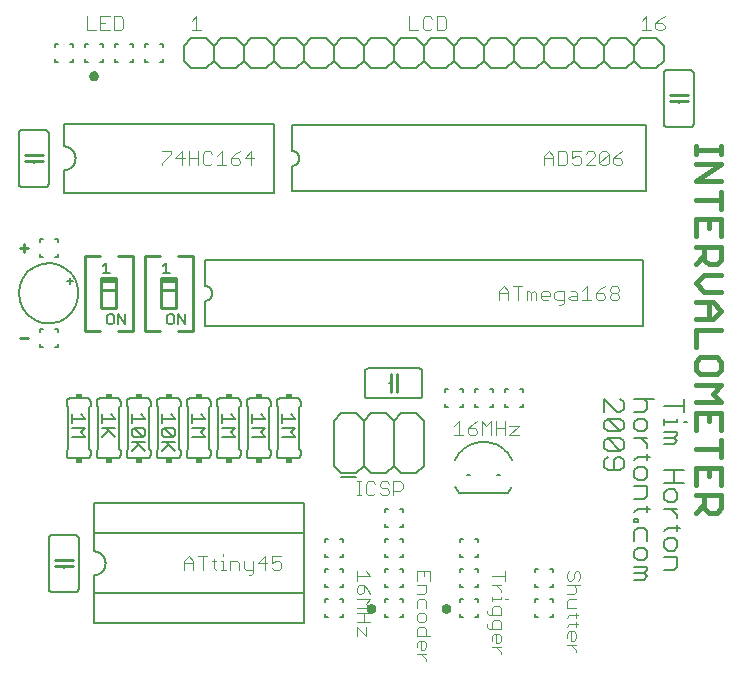
<source format=gto>
G75*
G70*
%OFA0B0*%
%FSLAX24Y24*%
%IPPOS*%
%LPD*%
%AMOC8*
5,1,8,0,0,1.08239X$1,22.5*
%
%ADD10C,0.0150*%
%ADD11C,0.0060*%
%ADD12C,0.0040*%
%ADD13C,0.0100*%
%ADD14C,0.0160*%
%ADD15R,0.0200X0.0150*%
%ADD16C,0.0050*%
%ADD17C,0.0080*%
D10*
X023760Y005880D02*
X024044Y006164D01*
X024044Y006022D02*
X024044Y006448D01*
X023760Y006448D02*
X024611Y006448D01*
X024611Y006022D01*
X024469Y005880D01*
X024186Y005880D01*
X024044Y006022D01*
X023760Y006801D02*
X023760Y007368D01*
X024611Y007368D01*
X024611Y006801D01*
X024186Y007085D02*
X024186Y007368D01*
X024611Y007722D02*
X024611Y008289D01*
X024611Y008643D02*
X024611Y009210D01*
X023760Y009210D01*
X023760Y008643D01*
X024186Y008926D02*
X024186Y009210D01*
X024611Y009563D02*
X023760Y009563D01*
X023760Y010131D02*
X024611Y010131D01*
X024327Y009847D01*
X024611Y009563D01*
X024469Y010484D02*
X023902Y010484D01*
X023760Y010626D01*
X023760Y010910D01*
X023902Y011051D01*
X024469Y011051D01*
X024611Y010910D01*
X024611Y010626D01*
X024469Y010484D01*
X023760Y011405D02*
X023760Y011972D01*
X024611Y011972D01*
X024327Y012326D02*
X023760Y012326D01*
X024186Y012326D02*
X024186Y012893D01*
X024327Y012893D02*
X024611Y012609D01*
X024327Y012326D01*
X024327Y012893D02*
X023760Y012893D01*
X024044Y013246D02*
X024611Y013246D01*
X024611Y013814D02*
X024044Y013814D01*
X023760Y013530D01*
X024044Y013246D01*
X024186Y014167D02*
X024044Y014309D01*
X024044Y014734D01*
X024044Y014451D02*
X023760Y014167D01*
X024186Y014167D02*
X024469Y014167D01*
X024611Y014309D01*
X024611Y014734D01*
X023760Y014734D01*
X023760Y015088D02*
X023760Y015655D01*
X024611Y015655D01*
X024611Y015088D01*
X024186Y015371D02*
X024186Y015655D01*
X024611Y016009D02*
X024611Y016576D01*
X024611Y016929D02*
X023760Y016929D01*
X024611Y017497D01*
X023760Y017497D01*
X023760Y017827D02*
X023760Y018110D01*
X023760Y017969D02*
X024611Y017969D01*
X024611Y018110D02*
X024611Y017827D01*
X024611Y016292D02*
X023760Y016292D01*
X023760Y008006D02*
X024611Y008006D01*
D11*
X003085Y003235D02*
X002285Y003235D01*
X002268Y003237D01*
X002251Y003241D01*
X002235Y003248D01*
X002221Y003258D01*
X002208Y003271D01*
X002198Y003285D01*
X002191Y003301D01*
X002187Y003318D01*
X002185Y003335D01*
X002185Y005035D01*
X002187Y005052D01*
X002191Y005069D01*
X002198Y005085D01*
X002208Y005099D01*
X002221Y005112D01*
X002235Y005122D01*
X002251Y005129D01*
X002268Y005133D01*
X002285Y005135D01*
X003085Y005135D01*
X003102Y005133D01*
X003119Y005129D01*
X003135Y005122D01*
X003149Y005112D01*
X003162Y005099D01*
X003172Y005085D01*
X003179Y005069D01*
X003183Y005052D01*
X003185Y005035D01*
X003185Y003335D01*
X003183Y003318D01*
X003179Y003301D01*
X003172Y003285D01*
X003162Y003271D01*
X003149Y003258D01*
X003135Y003248D01*
X003119Y003241D01*
X003102Y003237D01*
X003085Y003235D01*
X003685Y003185D02*
X003685Y003785D01*
X003724Y003787D01*
X003763Y003793D01*
X003801Y003802D01*
X003838Y003815D01*
X003874Y003832D01*
X003907Y003852D01*
X003939Y003876D01*
X003968Y003902D01*
X003994Y003931D01*
X004018Y003963D01*
X004038Y003996D01*
X004055Y004032D01*
X004068Y004069D01*
X004077Y004107D01*
X004083Y004146D01*
X004085Y004185D01*
X004083Y004224D01*
X004077Y004263D01*
X004068Y004301D01*
X004055Y004338D01*
X004038Y004374D01*
X004018Y004407D01*
X003994Y004439D01*
X003968Y004468D01*
X003939Y004494D01*
X003907Y004518D01*
X003874Y004538D01*
X003838Y004555D01*
X003801Y004568D01*
X003763Y004577D01*
X003724Y004583D01*
X003685Y004585D01*
X003685Y005185D01*
X010685Y005185D01*
X010685Y003185D01*
X010685Y002185D01*
X003685Y002185D01*
X003685Y003185D01*
X010685Y003185D01*
X011385Y002985D02*
X011385Y002885D01*
X011385Y002985D02*
X011485Y002985D01*
X011485Y003385D02*
X011385Y003385D01*
X011385Y003485D01*
X011385Y003885D02*
X011385Y003985D01*
X011485Y003985D01*
X011485Y004385D02*
X011385Y004385D01*
X011385Y004485D01*
X011885Y004385D02*
X011985Y004385D01*
X011985Y004485D01*
X011985Y004885D02*
X011985Y004985D01*
X011885Y004985D01*
X011485Y004985D02*
X011385Y004985D01*
X011385Y004885D01*
X010685Y005185D02*
X010685Y006185D01*
X003685Y006185D01*
X003685Y005185D01*
X002685Y004335D02*
X002685Y004285D01*
X002685Y004085D02*
X002685Y004035D01*
X002885Y007685D02*
X003485Y007685D01*
X003502Y007687D01*
X003519Y007691D01*
X003535Y007698D01*
X003549Y007708D01*
X003562Y007721D01*
X003572Y007735D01*
X003579Y007751D01*
X003583Y007768D01*
X003585Y007785D01*
X003585Y007935D01*
X003535Y007985D01*
X003535Y009385D01*
X003585Y009435D01*
X003585Y009585D01*
X003583Y009602D01*
X003579Y009619D01*
X003572Y009635D01*
X003562Y009649D01*
X003549Y009662D01*
X003535Y009672D01*
X003519Y009679D01*
X003502Y009683D01*
X003485Y009685D01*
X002885Y009685D01*
X002868Y009683D01*
X002851Y009679D01*
X002835Y009672D01*
X002821Y009662D01*
X002808Y009649D01*
X002798Y009635D01*
X002791Y009619D01*
X002787Y009602D01*
X002785Y009585D01*
X002785Y009435D01*
X002835Y009385D01*
X002835Y007985D01*
X002785Y007935D01*
X002785Y007785D01*
X002787Y007768D01*
X002791Y007751D01*
X002798Y007735D01*
X002808Y007721D01*
X002821Y007708D01*
X002835Y007698D01*
X002851Y007691D01*
X002868Y007687D01*
X002885Y007685D01*
X002965Y008401D02*
X003406Y008401D01*
X003259Y008548D01*
X003406Y008695D01*
X002965Y008695D01*
X002965Y008862D02*
X002965Y009155D01*
X002965Y009009D02*
X003406Y009009D01*
X003259Y009155D01*
X003785Y009435D02*
X003785Y009585D01*
X003787Y009602D01*
X003791Y009619D01*
X003798Y009635D01*
X003808Y009649D01*
X003821Y009662D01*
X003835Y009672D01*
X003851Y009679D01*
X003868Y009683D01*
X003885Y009685D01*
X004485Y009685D01*
X004502Y009683D01*
X004519Y009679D01*
X004535Y009672D01*
X004549Y009662D01*
X004562Y009649D01*
X004572Y009635D01*
X004579Y009619D01*
X004583Y009602D01*
X004585Y009585D01*
X004585Y009435D01*
X004535Y009385D01*
X004535Y007985D01*
X004585Y007935D01*
X004585Y007785D01*
X004583Y007768D01*
X004579Y007751D01*
X004572Y007735D01*
X004562Y007721D01*
X004549Y007708D01*
X004535Y007698D01*
X004519Y007691D01*
X004502Y007687D01*
X004485Y007685D01*
X003885Y007685D01*
X003868Y007687D01*
X003851Y007691D01*
X003835Y007698D01*
X003821Y007708D01*
X003808Y007721D01*
X003798Y007735D01*
X003791Y007751D01*
X003787Y007768D01*
X003785Y007785D01*
X003785Y007935D01*
X003835Y007985D01*
X003835Y009385D01*
X003785Y009435D01*
X003965Y009155D02*
X003965Y008862D01*
X003965Y009009D02*
X004406Y009009D01*
X004259Y009155D01*
X004406Y008695D02*
X003965Y008695D01*
X004112Y008695D02*
X004406Y008401D01*
X004186Y008622D02*
X003965Y008401D01*
X004785Y007935D02*
X004785Y007785D01*
X004787Y007768D01*
X004791Y007751D01*
X004798Y007735D01*
X004808Y007721D01*
X004821Y007708D01*
X004835Y007698D01*
X004851Y007691D01*
X004868Y007687D01*
X004885Y007685D01*
X005485Y007685D01*
X005502Y007687D01*
X005519Y007691D01*
X005535Y007698D01*
X005549Y007708D01*
X005562Y007721D01*
X005572Y007735D01*
X005579Y007751D01*
X005583Y007768D01*
X005585Y007785D01*
X005585Y007935D01*
X005535Y007985D01*
X005535Y009385D01*
X005585Y009435D01*
X005585Y009585D01*
X005583Y009602D01*
X005579Y009619D01*
X005572Y009635D01*
X005562Y009649D01*
X005549Y009662D01*
X005535Y009672D01*
X005519Y009679D01*
X005502Y009683D01*
X005485Y009685D01*
X004885Y009685D01*
X004868Y009683D01*
X004851Y009679D01*
X004835Y009672D01*
X004821Y009662D01*
X004808Y009649D01*
X004798Y009635D01*
X004791Y009619D01*
X004787Y009602D01*
X004785Y009585D01*
X004785Y009435D01*
X004835Y009385D01*
X004835Y007985D01*
X004785Y007935D01*
X004965Y007941D02*
X005186Y008161D01*
X005112Y008235D02*
X005406Y007941D01*
X005406Y008235D02*
X004965Y008235D01*
X005039Y008401D02*
X004965Y008475D01*
X004965Y008622D01*
X005039Y008695D01*
X005332Y008401D01*
X005039Y008401D01*
X005332Y008401D02*
X005406Y008475D01*
X005406Y008622D01*
X005332Y008695D01*
X005039Y008695D01*
X004965Y008862D02*
X004965Y009155D01*
X004965Y009009D02*
X005406Y009009D01*
X005259Y009155D01*
X005785Y009435D02*
X005785Y009585D01*
X005787Y009602D01*
X005791Y009619D01*
X005798Y009635D01*
X005808Y009649D01*
X005821Y009662D01*
X005835Y009672D01*
X005851Y009679D01*
X005868Y009683D01*
X005885Y009685D01*
X006485Y009685D01*
X006502Y009683D01*
X006519Y009679D01*
X006535Y009672D01*
X006549Y009662D01*
X006562Y009649D01*
X006572Y009635D01*
X006579Y009619D01*
X006583Y009602D01*
X006585Y009585D01*
X006585Y009435D01*
X006535Y009385D01*
X006535Y007985D01*
X006585Y007935D01*
X006585Y007785D01*
X006583Y007768D01*
X006579Y007751D01*
X006572Y007735D01*
X006562Y007721D01*
X006549Y007708D01*
X006535Y007698D01*
X006519Y007691D01*
X006502Y007687D01*
X006485Y007685D01*
X005885Y007685D01*
X005868Y007687D01*
X005851Y007691D01*
X005835Y007698D01*
X005821Y007708D01*
X005808Y007721D01*
X005798Y007735D01*
X005791Y007751D01*
X005787Y007768D01*
X005785Y007785D01*
X005785Y007935D01*
X005835Y007985D01*
X005835Y009385D01*
X005785Y009435D01*
X005965Y009155D02*
X005965Y008862D01*
X005965Y009009D02*
X006406Y009009D01*
X006259Y009155D01*
X006332Y008695D02*
X006039Y008695D01*
X006332Y008401D01*
X006039Y008401D01*
X005965Y008475D01*
X005965Y008622D01*
X006039Y008695D01*
X006332Y008695D02*
X006406Y008622D01*
X006406Y008475D01*
X006332Y008401D01*
X006406Y008235D02*
X005965Y008235D01*
X006112Y008235D02*
X006406Y007941D01*
X006186Y008161D02*
X005965Y007941D01*
X006785Y007935D02*
X006785Y007785D01*
X006787Y007768D01*
X006791Y007751D01*
X006798Y007735D01*
X006808Y007721D01*
X006821Y007708D01*
X006835Y007698D01*
X006851Y007691D01*
X006868Y007687D01*
X006885Y007685D01*
X007485Y007685D01*
X007502Y007687D01*
X007519Y007691D01*
X007535Y007698D01*
X007549Y007708D01*
X007562Y007721D01*
X007572Y007735D01*
X007579Y007751D01*
X007583Y007768D01*
X007585Y007785D01*
X007585Y007935D01*
X007535Y007985D01*
X007535Y009385D01*
X007585Y009435D01*
X007585Y009585D01*
X007583Y009602D01*
X007579Y009619D01*
X007572Y009635D01*
X007562Y009649D01*
X007549Y009662D01*
X007535Y009672D01*
X007519Y009679D01*
X007502Y009683D01*
X007485Y009685D01*
X006885Y009685D01*
X006868Y009683D01*
X006851Y009679D01*
X006835Y009672D01*
X006821Y009662D01*
X006808Y009649D01*
X006798Y009635D01*
X006791Y009619D01*
X006787Y009602D01*
X006785Y009585D01*
X006785Y009435D01*
X006835Y009385D01*
X006835Y007985D01*
X006785Y007935D01*
X006965Y008401D02*
X007406Y008401D01*
X007259Y008548D01*
X007406Y008695D01*
X006965Y008695D01*
X006965Y008862D02*
X006965Y009155D01*
X006965Y009009D02*
X007406Y009009D01*
X007259Y009155D01*
X007785Y009435D02*
X007785Y009585D01*
X007787Y009602D01*
X007791Y009619D01*
X007798Y009635D01*
X007808Y009649D01*
X007821Y009662D01*
X007835Y009672D01*
X007851Y009679D01*
X007868Y009683D01*
X007885Y009685D01*
X008485Y009685D01*
X008502Y009683D01*
X008519Y009679D01*
X008535Y009672D01*
X008549Y009662D01*
X008562Y009649D01*
X008572Y009635D01*
X008579Y009619D01*
X008583Y009602D01*
X008585Y009585D01*
X008585Y009435D01*
X008535Y009385D01*
X008535Y007985D01*
X008585Y007935D01*
X008585Y007785D01*
X008583Y007768D01*
X008579Y007751D01*
X008572Y007735D01*
X008562Y007721D01*
X008549Y007708D01*
X008535Y007698D01*
X008519Y007691D01*
X008502Y007687D01*
X008485Y007685D01*
X007885Y007685D01*
X007868Y007687D01*
X007851Y007691D01*
X007835Y007698D01*
X007821Y007708D01*
X007808Y007721D01*
X007798Y007735D01*
X007791Y007751D01*
X007787Y007768D01*
X007785Y007785D01*
X007785Y007935D01*
X007835Y007985D01*
X007835Y009385D01*
X007785Y009435D01*
X007965Y009155D02*
X007965Y008862D01*
X007965Y009009D02*
X008406Y009009D01*
X008259Y009155D01*
X008406Y008695D02*
X007965Y008695D01*
X007965Y008401D02*
X008406Y008401D01*
X008259Y008548D01*
X008406Y008695D01*
X008965Y008695D02*
X009406Y008695D01*
X009259Y008548D01*
X009406Y008401D01*
X008965Y008401D01*
X008835Y007985D02*
X008785Y007935D01*
X008785Y007785D01*
X008787Y007768D01*
X008791Y007751D01*
X008798Y007735D01*
X008808Y007721D01*
X008821Y007708D01*
X008835Y007698D01*
X008851Y007691D01*
X008868Y007687D01*
X008885Y007685D01*
X009485Y007685D01*
X009502Y007687D01*
X009519Y007691D01*
X009535Y007698D01*
X009549Y007708D01*
X009562Y007721D01*
X009572Y007735D01*
X009579Y007751D01*
X009583Y007768D01*
X009585Y007785D01*
X009585Y007935D01*
X009535Y007985D01*
X009535Y009385D01*
X009585Y009435D01*
X009585Y009585D01*
X009583Y009602D01*
X009579Y009619D01*
X009572Y009635D01*
X009562Y009649D01*
X009549Y009662D01*
X009535Y009672D01*
X009519Y009679D01*
X009502Y009683D01*
X009485Y009685D01*
X008885Y009685D01*
X008868Y009683D01*
X008851Y009679D01*
X008835Y009672D01*
X008821Y009662D01*
X008808Y009649D01*
X008798Y009635D01*
X008791Y009619D01*
X008787Y009602D01*
X008785Y009585D01*
X008785Y009435D01*
X008835Y009385D01*
X008835Y007985D01*
X009785Y007935D02*
X009785Y007785D01*
X009787Y007768D01*
X009791Y007751D01*
X009798Y007735D01*
X009808Y007721D01*
X009821Y007708D01*
X009835Y007698D01*
X009851Y007691D01*
X009868Y007687D01*
X009885Y007685D01*
X010485Y007685D01*
X010502Y007687D01*
X010519Y007691D01*
X010535Y007698D01*
X010549Y007708D01*
X010562Y007721D01*
X010572Y007735D01*
X010579Y007751D01*
X010583Y007768D01*
X010585Y007785D01*
X010585Y007935D01*
X010535Y007985D01*
X010535Y009385D01*
X010585Y009435D01*
X010585Y009585D01*
X010583Y009602D01*
X010579Y009619D01*
X010572Y009635D01*
X010562Y009649D01*
X010549Y009662D01*
X010535Y009672D01*
X010519Y009679D01*
X010502Y009683D01*
X010485Y009685D01*
X009885Y009685D01*
X009868Y009683D01*
X009851Y009679D01*
X009835Y009672D01*
X009821Y009662D01*
X009808Y009649D01*
X009798Y009635D01*
X009791Y009619D01*
X009787Y009602D01*
X009785Y009585D01*
X009785Y009435D01*
X009835Y009385D01*
X009835Y007985D01*
X009785Y007935D01*
X009965Y008401D02*
X010406Y008401D01*
X010259Y008548D01*
X010406Y008695D01*
X009965Y008695D01*
X009965Y008862D02*
X009965Y009155D01*
X009965Y009009D02*
X010406Y009009D01*
X010259Y009155D01*
X009406Y009009D02*
X008965Y009009D01*
X008965Y009155D02*
X008965Y008862D01*
X009259Y009155D02*
X009406Y009009D01*
X012735Y009785D02*
X012735Y010585D01*
X012737Y010602D01*
X012741Y010619D01*
X012748Y010635D01*
X012758Y010649D01*
X012771Y010662D01*
X012785Y010672D01*
X012801Y010679D01*
X012818Y010683D01*
X012835Y010685D01*
X014535Y010685D01*
X014552Y010683D01*
X014569Y010679D01*
X014585Y010672D01*
X014599Y010662D01*
X014612Y010649D01*
X014622Y010635D01*
X014629Y010619D01*
X014633Y010602D01*
X014635Y010585D01*
X014635Y009785D01*
X014633Y009768D01*
X014629Y009751D01*
X014622Y009735D01*
X014612Y009721D01*
X014599Y009708D01*
X014585Y009698D01*
X014569Y009691D01*
X014552Y009687D01*
X014535Y009685D01*
X012835Y009685D01*
X012818Y009687D01*
X012801Y009691D01*
X012785Y009698D01*
X012771Y009708D01*
X012758Y009721D01*
X012748Y009735D01*
X012741Y009751D01*
X012737Y009768D01*
X012735Y009785D01*
X013535Y010185D02*
X013585Y010185D01*
X013785Y010185D02*
X013835Y010185D01*
X015385Y009985D02*
X015385Y009885D01*
X015385Y009985D02*
X015485Y009985D01*
X015885Y009985D02*
X015985Y009985D01*
X015985Y009885D01*
X015985Y009485D02*
X015985Y009385D01*
X015885Y009385D01*
X015485Y009385D02*
X015385Y009385D01*
X015385Y009485D01*
X016385Y009485D02*
X016385Y009385D01*
X016485Y009385D01*
X016885Y009385D02*
X016985Y009385D01*
X016985Y009485D01*
X016985Y009885D02*
X016985Y009985D01*
X016885Y009985D01*
X016485Y009985D02*
X016385Y009985D01*
X016385Y009885D01*
X017385Y009885D02*
X017385Y009985D01*
X017485Y009985D01*
X017885Y009985D02*
X017985Y009985D01*
X017985Y009885D01*
X017985Y009485D02*
X017985Y009385D01*
X017885Y009385D01*
X017485Y009385D02*
X017385Y009385D01*
X017385Y009485D01*
X020715Y009655D02*
X020715Y009228D01*
X020822Y009011D02*
X021249Y008584D01*
X020822Y008584D01*
X020715Y008691D01*
X020715Y008904D01*
X020822Y009011D01*
X021249Y009011D01*
X021356Y008904D01*
X021356Y008691D01*
X021249Y008584D01*
X021249Y008366D02*
X021356Y008260D01*
X021356Y008046D01*
X021249Y007939D01*
X020822Y008366D01*
X020715Y008260D01*
X020715Y008046D01*
X020822Y007939D01*
X021249Y007939D01*
X021249Y007722D02*
X021142Y007722D01*
X021036Y007615D01*
X021036Y007295D01*
X021249Y007295D02*
X021356Y007402D01*
X021356Y007615D01*
X021249Y007722D01*
X021715Y007616D02*
X021822Y007722D01*
X022249Y007722D01*
X022142Y007616D02*
X022142Y007829D01*
X022142Y008046D02*
X022142Y008153D01*
X021929Y008366D01*
X022142Y008366D02*
X021715Y008366D01*
X021822Y008584D02*
X021715Y008691D01*
X021715Y008904D01*
X021822Y009011D01*
X022036Y009011D01*
X022142Y008904D01*
X022142Y008691D01*
X022036Y008584D01*
X021822Y008584D01*
X021249Y008366D02*
X020822Y008366D01*
X020822Y007722D02*
X020715Y007615D01*
X020715Y007402D01*
X020822Y007295D01*
X021249Y007295D01*
X021715Y007293D02*
X021822Y007400D01*
X022036Y007400D01*
X022142Y007293D01*
X022142Y007079D01*
X022036Y006973D01*
X021822Y006973D01*
X021715Y007079D01*
X021715Y007293D01*
X021715Y006755D02*
X022142Y006755D01*
X022142Y006435D01*
X022036Y006328D01*
X021715Y006328D01*
X021822Y006004D02*
X021715Y005897D01*
X021822Y006004D02*
X022249Y006004D01*
X022142Y006110D02*
X022142Y005897D01*
X021822Y005681D02*
X021822Y005574D01*
X021715Y005574D01*
X021715Y005681D01*
X021822Y005681D01*
X021822Y005359D02*
X021715Y005252D01*
X021715Y004932D01*
X021822Y004714D02*
X021715Y004607D01*
X021715Y004394D01*
X021822Y004287D01*
X022036Y004287D01*
X022142Y004394D01*
X022142Y004607D01*
X022036Y004714D01*
X021822Y004714D01*
X022142Y004932D02*
X022142Y005252D01*
X022036Y005359D01*
X021822Y005359D01*
X022715Y005252D02*
X022822Y005359D01*
X023249Y005359D01*
X023142Y005466D02*
X023142Y005252D01*
X023036Y005036D02*
X022822Y005036D01*
X022715Y004930D01*
X022715Y004716D01*
X022822Y004609D01*
X023036Y004609D01*
X023142Y004716D01*
X023142Y004930D01*
X023036Y005036D01*
X023142Y004392D02*
X022715Y004392D01*
X022715Y003965D02*
X023036Y003965D01*
X023142Y004071D01*
X023142Y004392D01*
X022142Y004069D02*
X022142Y003963D01*
X022036Y003856D01*
X022142Y003749D01*
X022036Y003642D01*
X021715Y003642D01*
X021715Y003856D02*
X022036Y003856D01*
X022142Y004069D02*
X021715Y004069D01*
X023142Y005683D02*
X023142Y005790D01*
X022929Y006003D01*
X023142Y006003D02*
X022715Y006003D01*
X022822Y006221D02*
X022715Y006327D01*
X022715Y006541D01*
X022822Y006648D01*
X023036Y006648D01*
X023142Y006541D01*
X023142Y006327D01*
X023036Y006221D01*
X022822Y006221D01*
X022715Y006865D02*
X023356Y006865D01*
X023036Y006865D02*
X023036Y007292D01*
X023356Y007292D02*
X022715Y007292D01*
X022715Y008154D02*
X023036Y008154D01*
X023142Y008261D01*
X023036Y008368D01*
X022715Y008368D01*
X022715Y008581D02*
X023142Y008581D01*
X023142Y008474D01*
X023036Y008368D01*
X022715Y008797D02*
X022715Y009011D01*
X022715Y008904D02*
X023142Y008904D01*
X023142Y009011D01*
X023356Y008904D02*
X023463Y008904D01*
X023356Y009228D02*
X023356Y009655D01*
X023356Y009442D02*
X022715Y009442D01*
X022356Y009655D02*
X021715Y009655D01*
X021356Y009549D02*
X021356Y009335D01*
X021249Y009228D01*
X021142Y009228D01*
X020715Y009655D01*
X021249Y009655D02*
X021356Y009549D01*
X021715Y009228D02*
X022036Y009228D01*
X022142Y009335D01*
X022142Y009549D01*
X022036Y009655D01*
X021985Y012085D02*
X021985Y014285D01*
X007385Y014285D01*
X007385Y013435D01*
X007415Y013433D01*
X007445Y013428D01*
X007474Y013419D01*
X007501Y013406D01*
X007527Y013391D01*
X007551Y013372D01*
X007572Y013351D01*
X007591Y013327D01*
X007606Y013301D01*
X007619Y013274D01*
X007628Y013245D01*
X007633Y013215D01*
X007635Y013185D01*
X007633Y013155D01*
X007628Y013125D01*
X007619Y013096D01*
X007606Y013069D01*
X007591Y013043D01*
X007572Y013019D01*
X007551Y012998D01*
X007527Y012979D01*
X007501Y012964D01*
X007474Y012951D01*
X007445Y012942D01*
X007415Y012937D01*
X007385Y012935D01*
X007385Y012085D01*
X021985Y012085D01*
X022085Y016585D02*
X010285Y016585D01*
X010285Y017435D01*
X010315Y017437D01*
X010345Y017442D01*
X010374Y017451D01*
X010401Y017464D01*
X010427Y017479D01*
X010451Y017498D01*
X010472Y017519D01*
X010491Y017543D01*
X010506Y017569D01*
X010519Y017596D01*
X010528Y017625D01*
X010533Y017655D01*
X010535Y017685D01*
X010533Y017715D01*
X010528Y017745D01*
X010519Y017774D01*
X010506Y017801D01*
X010491Y017827D01*
X010472Y017851D01*
X010451Y017872D01*
X010427Y017891D01*
X010401Y017906D01*
X010374Y017919D01*
X010345Y017928D01*
X010315Y017933D01*
X010285Y017935D01*
X010285Y018785D01*
X022085Y018785D01*
X022085Y016585D01*
X022785Y018735D02*
X023585Y018735D01*
X023602Y018737D01*
X023619Y018741D01*
X023635Y018748D01*
X023649Y018758D01*
X023662Y018771D01*
X023672Y018785D01*
X023679Y018801D01*
X023683Y018818D01*
X023685Y018835D01*
X023685Y020535D01*
X023683Y020552D01*
X023679Y020569D01*
X023672Y020585D01*
X023662Y020599D01*
X023649Y020612D01*
X023635Y020622D01*
X023619Y020629D01*
X023602Y020633D01*
X023585Y020635D01*
X022785Y020635D01*
X022768Y020633D01*
X022751Y020629D01*
X022735Y020622D01*
X022721Y020612D01*
X022708Y020599D01*
X022698Y020585D01*
X022691Y020569D01*
X022687Y020552D01*
X022685Y020535D01*
X022685Y018835D01*
X022687Y018818D01*
X022691Y018801D01*
X022698Y018785D01*
X022708Y018771D01*
X022721Y018758D01*
X022735Y018748D01*
X022751Y018741D01*
X022768Y018737D01*
X022785Y018735D01*
X023185Y019535D02*
X023185Y019585D01*
X023185Y019785D02*
X023185Y019835D01*
X022435Y020685D02*
X021935Y020685D01*
X021685Y020935D01*
X021435Y020685D01*
X020935Y020685D01*
X020685Y020935D01*
X020435Y020685D01*
X019935Y020685D01*
X019685Y020935D01*
X019435Y020685D01*
X018935Y020685D01*
X018685Y020935D01*
X018435Y020685D01*
X017935Y020685D01*
X017685Y020935D01*
X017435Y020685D01*
X016935Y020685D01*
X016685Y020935D01*
X016435Y020685D01*
X015935Y020685D01*
X015685Y020935D01*
X015435Y020685D01*
X014935Y020685D01*
X014685Y020935D01*
X014435Y020685D01*
X013935Y020685D01*
X013685Y020935D01*
X013435Y020685D01*
X012935Y020685D01*
X012685Y020935D01*
X012435Y020685D01*
X011935Y020685D01*
X011685Y020935D01*
X011435Y020685D01*
X010935Y020685D01*
X010685Y020935D01*
X010435Y020685D01*
X009935Y020685D01*
X009685Y020935D01*
X009435Y020685D01*
X008935Y020685D01*
X008685Y020935D01*
X008435Y020685D01*
X007935Y020685D01*
X007685Y020935D01*
X007435Y020685D01*
X006935Y020685D01*
X006685Y020935D01*
X006685Y021435D01*
X006935Y021685D01*
X007435Y021685D01*
X007685Y021435D01*
X007935Y021685D01*
X008435Y021685D01*
X008685Y021435D01*
X008685Y020935D01*
X008685Y021435D02*
X008935Y021685D01*
X009435Y021685D01*
X009685Y021435D01*
X009935Y021685D01*
X010435Y021685D01*
X010685Y021435D01*
X010935Y021685D01*
X011435Y021685D01*
X011685Y021435D01*
X011685Y020935D01*
X011685Y021435D02*
X011935Y021685D01*
X012435Y021685D01*
X012685Y021435D01*
X012935Y021685D01*
X013435Y021685D01*
X013685Y021435D01*
X013935Y021685D01*
X014435Y021685D01*
X014685Y021435D01*
X014685Y020935D01*
X014685Y021435D02*
X014935Y021685D01*
X015435Y021685D01*
X015685Y021435D01*
X015935Y021685D01*
X016435Y021685D01*
X016685Y021435D01*
X016935Y021685D01*
X017435Y021685D01*
X017685Y021435D01*
X017685Y020935D01*
X017685Y021435D02*
X017935Y021685D01*
X018435Y021685D01*
X018685Y021435D01*
X018935Y021685D01*
X019435Y021685D01*
X019685Y021435D01*
X019935Y021685D01*
X020435Y021685D01*
X020685Y021435D01*
X020685Y020935D01*
X020685Y021435D02*
X020935Y021685D01*
X021435Y021685D01*
X021685Y021435D01*
X021935Y021685D01*
X022435Y021685D01*
X022685Y021435D01*
X022685Y020935D01*
X022435Y020685D01*
X021685Y020935D02*
X021685Y021435D01*
X019685Y021435D02*
X019685Y020935D01*
X018685Y020935D02*
X018685Y021435D01*
X016685Y021435D02*
X016685Y020935D01*
X015685Y020935D02*
X015685Y021435D01*
X013685Y021435D02*
X013685Y020935D01*
X012685Y020935D02*
X012685Y021435D01*
X010685Y021435D02*
X010685Y020935D01*
X009685Y020935D02*
X009685Y021435D01*
X007685Y021435D02*
X007685Y020935D01*
X005985Y020885D02*
X005985Y020985D01*
X005985Y020885D02*
X005885Y020885D01*
X005485Y020885D02*
X005385Y020885D01*
X005385Y020985D01*
X004985Y020985D02*
X004985Y020885D01*
X004885Y020885D01*
X004485Y020885D02*
X004385Y020885D01*
X004385Y020985D01*
X003985Y020985D02*
X003985Y020885D01*
X003885Y020885D01*
X003485Y020885D02*
X003385Y020885D01*
X003385Y020985D01*
X003385Y021385D02*
X003385Y021485D01*
X003485Y021485D01*
X003885Y021485D02*
X003985Y021485D01*
X003985Y021385D01*
X004385Y021385D02*
X004385Y021485D01*
X004485Y021485D01*
X004885Y021485D02*
X004985Y021485D01*
X004985Y021385D01*
X005385Y021385D02*
X005385Y021485D01*
X005485Y021485D01*
X005885Y021485D02*
X005985Y021485D01*
X005985Y021385D01*
X002985Y021385D02*
X002985Y021485D01*
X002885Y021485D01*
X002485Y021485D02*
X002385Y021485D01*
X002385Y021385D01*
X002385Y020985D02*
X002385Y020885D01*
X002485Y020885D01*
X002885Y020885D02*
X002985Y020885D01*
X002985Y020985D01*
X002685Y018835D02*
X002685Y018085D01*
X002724Y018083D01*
X002763Y018077D01*
X002801Y018068D01*
X002838Y018055D01*
X002874Y018038D01*
X002907Y018018D01*
X002939Y017994D01*
X002968Y017968D01*
X002994Y017939D01*
X003018Y017907D01*
X003038Y017874D01*
X003055Y017838D01*
X003068Y017801D01*
X003077Y017763D01*
X003083Y017724D01*
X003085Y017685D01*
X003083Y017646D01*
X003077Y017607D01*
X003068Y017569D01*
X003055Y017532D01*
X003038Y017496D01*
X003018Y017463D01*
X002994Y017431D01*
X002968Y017402D01*
X002939Y017376D01*
X002907Y017352D01*
X002874Y017332D01*
X002838Y017315D01*
X002801Y017302D01*
X002763Y017293D01*
X002724Y017287D01*
X002685Y017285D01*
X002685Y016535D01*
X009685Y016535D01*
X009685Y018835D01*
X002685Y018835D01*
X002185Y018535D02*
X002185Y016835D01*
X002183Y016818D01*
X002179Y016801D01*
X002172Y016785D01*
X002162Y016771D01*
X002149Y016758D01*
X002135Y016748D01*
X002119Y016741D01*
X002102Y016737D01*
X002085Y016735D01*
X001285Y016735D01*
X001268Y016737D01*
X001251Y016741D01*
X001235Y016748D01*
X001221Y016758D01*
X001208Y016771D01*
X001198Y016785D01*
X001191Y016801D01*
X001187Y016818D01*
X001185Y016835D01*
X001185Y018535D01*
X001187Y018552D01*
X001191Y018569D01*
X001198Y018585D01*
X001208Y018599D01*
X001221Y018612D01*
X001235Y018622D01*
X001251Y018629D01*
X001268Y018633D01*
X001285Y018635D01*
X002085Y018635D01*
X002102Y018633D01*
X002119Y018629D01*
X002135Y018622D01*
X002149Y018612D01*
X002162Y018599D01*
X002172Y018585D01*
X002179Y018569D01*
X002183Y018552D01*
X002185Y018535D01*
X001685Y017835D02*
X001685Y017785D01*
X001685Y017585D02*
X001685Y017535D01*
X001885Y014985D02*
X001885Y014885D01*
X001885Y014985D02*
X001985Y014985D01*
X002385Y014985D02*
X002485Y014985D01*
X002485Y014885D01*
X002485Y014485D02*
X002485Y014385D01*
X002385Y014385D01*
X001985Y014385D02*
X001885Y014385D01*
X001885Y014485D01*
X002785Y013585D02*
X002985Y013585D01*
X002885Y013685D02*
X002885Y013485D01*
X001185Y013185D02*
X001222Y013455D01*
X001331Y013705D01*
X001502Y013916D01*
X001725Y014073D01*
X001982Y014164D01*
X002253Y014183D01*
X002520Y014127D01*
X002762Y014002D01*
X002961Y013816D01*
X003102Y013583D01*
X003176Y013321D01*
X003176Y013049D01*
X003102Y012787D01*
X002961Y012554D01*
X002762Y012368D01*
X002520Y012243D01*
X002253Y012187D01*
X001982Y012206D01*
X001725Y012297D01*
X001502Y012454D01*
X001331Y012665D01*
X001222Y012915D01*
X001185Y013185D01*
X001885Y011985D02*
X001885Y011885D01*
X001885Y011985D02*
X001985Y011985D01*
X002385Y011985D02*
X002485Y011985D01*
X002485Y011885D01*
X002485Y011485D02*
X002485Y011385D01*
X002385Y011385D01*
X001985Y011385D02*
X001885Y011385D01*
X001885Y011485D01*
X011385Y002485D02*
X011385Y002385D01*
X011485Y002385D01*
X011885Y002385D02*
X011985Y002385D01*
X011985Y002485D01*
X011985Y002885D02*
X011985Y002985D01*
X011885Y002985D01*
X011885Y003385D02*
X011985Y003385D01*
X011985Y003485D01*
X011985Y003885D02*
X011985Y003985D01*
X011885Y003985D01*
X013385Y003985D02*
X013385Y003885D01*
X013385Y003985D02*
X013485Y003985D01*
X013485Y004385D02*
X013385Y004385D01*
X013385Y004485D01*
X013385Y004885D02*
X013385Y004985D01*
X013485Y004985D01*
X013885Y004985D02*
X013985Y004985D01*
X013985Y004885D01*
X013985Y004485D02*
X013985Y004385D01*
X013885Y004385D01*
X013885Y003985D02*
X013985Y003985D01*
X013985Y003885D01*
X013985Y003485D02*
X013985Y003385D01*
X013885Y003385D01*
X013885Y002985D02*
X013985Y002985D01*
X013985Y002885D01*
X013985Y002485D02*
X013985Y002385D01*
X013885Y002385D01*
X013485Y002385D02*
X013385Y002385D01*
X013385Y002485D01*
X013385Y002885D02*
X013385Y002985D01*
X013485Y002985D01*
X013485Y003385D02*
X013385Y003385D01*
X013385Y003485D01*
X013385Y005385D02*
X013485Y005385D01*
X013385Y005385D02*
X013385Y005485D01*
X013385Y005885D02*
X013385Y005985D01*
X013485Y005985D01*
X013885Y005985D02*
X013985Y005985D01*
X013985Y005885D01*
X013985Y005485D02*
X013985Y005385D01*
X013885Y005385D01*
X015885Y004985D02*
X015885Y004885D01*
X015885Y004985D02*
X015985Y004985D01*
X016385Y004985D02*
X016485Y004985D01*
X016485Y004885D01*
X016485Y004485D02*
X016485Y004385D01*
X016385Y004385D01*
X016385Y003985D02*
X016485Y003985D01*
X016485Y003885D01*
X016485Y003485D02*
X016485Y003385D01*
X016385Y003385D01*
X016385Y002985D02*
X016485Y002985D01*
X016485Y002885D01*
X016485Y002485D02*
X016485Y002385D01*
X016385Y002385D01*
X015985Y002385D02*
X015885Y002385D01*
X015885Y002485D01*
X015885Y002885D02*
X015885Y002985D01*
X015985Y002985D01*
X015985Y003385D02*
X015885Y003385D01*
X015885Y003485D01*
X015885Y003885D02*
X015885Y003985D01*
X015985Y003985D01*
X015985Y004385D02*
X015885Y004385D01*
X015885Y004485D01*
X018385Y003985D02*
X018385Y003885D01*
X018385Y003985D02*
X018485Y003985D01*
X018885Y003985D02*
X018985Y003985D01*
X018985Y003885D01*
X018985Y003485D02*
X018985Y003385D01*
X018885Y003385D01*
X018885Y002985D02*
X018985Y002985D01*
X018985Y002885D01*
X018985Y002485D02*
X018985Y002385D01*
X018885Y002385D01*
X018485Y002385D02*
X018385Y002385D01*
X018385Y002485D01*
X018385Y002885D02*
X018385Y002985D01*
X018485Y002985D01*
X018485Y003385D02*
X018385Y003385D01*
X018385Y003485D01*
D12*
X017416Y003608D02*
X017416Y003915D01*
X017416Y003762D02*
X016955Y003762D01*
X016955Y003455D02*
X017262Y003455D01*
X017109Y003455D02*
X017262Y003302D01*
X017262Y003225D01*
X017262Y003071D02*
X017262Y002995D01*
X016955Y002995D01*
X016955Y003071D02*
X016955Y002918D01*
X017032Y002764D02*
X016955Y002688D01*
X016955Y002458D01*
X016879Y002458D02*
X017262Y002458D01*
X017262Y002688D01*
X017186Y002764D01*
X017032Y002764D01*
X016802Y002611D02*
X016802Y002534D01*
X016879Y002458D01*
X017032Y002304D02*
X016955Y002227D01*
X016955Y001997D01*
X016879Y001997D02*
X017262Y001997D01*
X017262Y002227D01*
X017186Y002304D01*
X017032Y002304D01*
X016802Y002151D02*
X016802Y002074D01*
X016879Y001997D01*
X017032Y001844D02*
X017186Y001844D01*
X017262Y001767D01*
X017262Y001614D01*
X017186Y001537D01*
X017109Y001537D01*
X017109Y001844D01*
X017032Y001844D02*
X016955Y001767D01*
X016955Y001614D01*
X016955Y001383D02*
X017262Y001383D01*
X017262Y001230D02*
X017262Y001153D01*
X017262Y001230D02*
X017109Y001383D01*
X017416Y002995D02*
X017492Y002995D01*
X019455Y002918D02*
X019455Y002688D01*
X019762Y002688D01*
X019762Y002534D02*
X019762Y002381D01*
X019839Y002458D02*
X019532Y002458D01*
X019455Y002381D01*
X019532Y002151D02*
X019455Y002074D01*
X019532Y002151D02*
X019839Y002151D01*
X019762Y002227D02*
X019762Y002074D01*
X019686Y001921D02*
X019532Y001921D01*
X019455Y001844D01*
X019455Y001690D01*
X019609Y001614D02*
X019609Y001921D01*
X019686Y001921D02*
X019762Y001844D01*
X019762Y001690D01*
X019686Y001614D01*
X019609Y001614D01*
X019609Y001460D02*
X019762Y001307D01*
X019762Y001230D01*
X019762Y001460D02*
X019455Y001460D01*
X019455Y002918D02*
X019532Y002995D01*
X019762Y002995D01*
X019686Y003148D02*
X019455Y003148D01*
X019686Y003148D02*
X019762Y003225D01*
X019762Y003378D01*
X019686Y003455D01*
X019609Y003608D02*
X019686Y003685D01*
X019686Y003839D01*
X019762Y003915D01*
X019839Y003915D01*
X019916Y003839D01*
X019916Y003685D01*
X019839Y003608D01*
X019916Y003455D02*
X019455Y003455D01*
X019532Y003608D02*
X019455Y003685D01*
X019455Y003839D01*
X019532Y003915D01*
X019532Y003608D02*
X019609Y003608D01*
X014916Y003608D02*
X014916Y003915D01*
X014455Y003915D01*
X014455Y003608D01*
X014455Y003455D02*
X014762Y003455D01*
X014762Y003225D01*
X014686Y003148D01*
X014455Y003148D01*
X014532Y002995D02*
X014455Y002918D01*
X014455Y002688D01*
X014532Y002534D02*
X014455Y002458D01*
X014455Y002304D01*
X014532Y002227D01*
X014686Y002227D01*
X014762Y002304D01*
X014762Y002458D01*
X014686Y002534D01*
X014532Y002534D01*
X014762Y002688D02*
X014762Y002918D01*
X014686Y002995D01*
X014532Y002995D01*
X014686Y003762D02*
X014686Y003915D01*
X012916Y003762D02*
X012455Y003762D01*
X012455Y003915D02*
X012455Y003608D01*
X012532Y003455D02*
X012455Y003378D01*
X012455Y003225D01*
X012532Y003148D01*
X012609Y003148D01*
X012686Y003225D01*
X012686Y003455D01*
X012532Y003455D01*
X012686Y003455D02*
X012839Y003302D01*
X012916Y003148D01*
X012916Y002995D02*
X012762Y002841D01*
X012916Y002688D01*
X012455Y002688D01*
X012455Y002534D02*
X012916Y002534D01*
X012686Y002534D02*
X012686Y002227D01*
X012762Y002074D02*
X012762Y001767D01*
X012455Y002074D01*
X012455Y001767D01*
X012455Y002227D02*
X012916Y002227D01*
X012916Y002995D02*
X012455Y002995D01*
X012916Y003762D02*
X012762Y003915D01*
X014532Y002074D02*
X014455Y001997D01*
X014455Y001767D01*
X014916Y001767D01*
X014762Y001767D02*
X014762Y001997D01*
X014686Y002074D01*
X014532Y002074D01*
X014532Y001614D02*
X014455Y001537D01*
X014455Y001383D01*
X014609Y001307D02*
X014609Y001614D01*
X014686Y001614D02*
X014762Y001537D01*
X014762Y001383D01*
X014686Y001307D01*
X014609Y001307D01*
X014609Y001153D02*
X014762Y001000D01*
X014762Y000923D01*
X014762Y001153D02*
X014455Y001153D01*
X014532Y001614D02*
X014686Y001614D01*
X009928Y004032D02*
X009851Y003955D01*
X009698Y003955D01*
X009621Y004032D01*
X009621Y004186D02*
X009774Y004262D01*
X009851Y004262D01*
X009928Y004186D01*
X009928Y004032D01*
X009621Y004186D02*
X009621Y004416D01*
X009928Y004416D01*
X009467Y004186D02*
X009161Y004186D01*
X009391Y004416D01*
X009391Y003955D01*
X009007Y003955D02*
X008777Y003955D01*
X008700Y004032D01*
X008700Y004262D01*
X008547Y004186D02*
X008547Y003955D01*
X008547Y004186D02*
X008470Y004262D01*
X008240Y004262D01*
X008240Y003955D01*
X008086Y003955D02*
X007933Y003955D01*
X008010Y003955D02*
X008010Y004262D01*
X007933Y004262D01*
X007779Y004262D02*
X007626Y004262D01*
X007703Y004339D02*
X007703Y004032D01*
X007779Y003955D01*
X007319Y003955D02*
X007319Y004416D01*
X007166Y004416D02*
X007473Y004416D01*
X007012Y004262D02*
X007012Y003955D01*
X007012Y004186D02*
X006705Y004186D01*
X006705Y004262D02*
X006859Y004416D01*
X007012Y004262D01*
X006705Y004262D02*
X006705Y003955D01*
X008010Y004416D02*
X008010Y004492D01*
X009007Y004262D02*
X009007Y003879D01*
X008930Y003802D01*
X008854Y003802D01*
X012455Y006455D02*
X012609Y006455D01*
X012532Y006455D02*
X012532Y006916D01*
X012455Y006916D02*
X012609Y006916D01*
X012762Y006839D02*
X012762Y006532D01*
X012839Y006455D01*
X012992Y006455D01*
X013069Y006532D01*
X013223Y006532D02*
X013299Y006455D01*
X013453Y006455D01*
X013529Y006532D01*
X013529Y006609D01*
X013453Y006686D01*
X013299Y006686D01*
X013223Y006762D01*
X013223Y006839D01*
X013299Y006916D01*
X013453Y006916D01*
X013529Y006839D01*
X013683Y006916D02*
X013913Y006916D01*
X013990Y006839D01*
X013990Y006686D01*
X013913Y006609D01*
X013683Y006609D01*
X013683Y006455D02*
X013683Y006916D01*
X013069Y006839D02*
X012992Y006916D01*
X012839Y006916D01*
X012762Y006839D01*
X015705Y008455D02*
X016012Y008455D01*
X015859Y008455D02*
X015859Y008916D01*
X015705Y008762D01*
X016166Y008686D02*
X016396Y008686D01*
X016473Y008609D01*
X016473Y008532D01*
X016396Y008455D01*
X016242Y008455D01*
X016166Y008532D01*
X016166Y008686D01*
X016319Y008839D01*
X016473Y008916D01*
X016626Y008916D02*
X016779Y008762D01*
X016933Y008916D01*
X016933Y008455D01*
X017086Y008455D02*
X017086Y008916D01*
X017086Y008686D02*
X017393Y008686D01*
X017547Y008762D02*
X017854Y008762D01*
X017547Y008455D01*
X017854Y008455D01*
X017393Y008455D02*
X017393Y008916D01*
X016626Y008916D02*
X016626Y008455D01*
X019200Y012802D02*
X019277Y012802D01*
X019354Y012879D01*
X019354Y013262D01*
X019123Y013262D01*
X019047Y013186D01*
X019047Y013032D01*
X019123Y012955D01*
X019354Y012955D01*
X019507Y013032D02*
X019584Y013109D01*
X019814Y013109D01*
X019814Y013186D02*
X019814Y012955D01*
X019584Y012955D01*
X019507Y013032D01*
X019584Y013262D02*
X019737Y013262D01*
X019814Y013186D01*
X019967Y013262D02*
X020121Y013416D01*
X020121Y012955D01*
X020274Y012955D02*
X019967Y012955D01*
X020428Y013032D02*
X020428Y013186D01*
X020658Y013186D01*
X020735Y013109D01*
X020735Y013032D01*
X020658Y012955D01*
X020505Y012955D01*
X020428Y013032D01*
X020428Y013186D02*
X020581Y013339D01*
X020735Y013416D01*
X020888Y013339D02*
X020888Y013262D01*
X020965Y013186D01*
X021118Y013186D01*
X021195Y013109D01*
X021195Y013032D01*
X021118Y012955D01*
X020965Y012955D01*
X020888Y013032D01*
X020888Y013109D01*
X020965Y013186D01*
X021118Y013186D02*
X021195Y013262D01*
X021195Y013339D01*
X021118Y013416D01*
X020965Y013416D01*
X020888Y013339D01*
X018893Y013186D02*
X018893Y013109D01*
X018586Y013109D01*
X018586Y013032D02*
X018586Y013186D01*
X018663Y013262D01*
X018817Y013262D01*
X018893Y013186D01*
X018817Y012955D02*
X018663Y012955D01*
X018586Y013032D01*
X018433Y012955D02*
X018433Y013186D01*
X018356Y013262D01*
X018279Y013186D01*
X018279Y012955D01*
X018126Y012955D02*
X018126Y013262D01*
X018203Y013262D01*
X018279Y013186D01*
X017973Y013416D02*
X017666Y013416D01*
X017819Y013416D02*
X017819Y012955D01*
X017512Y012955D02*
X017512Y013262D01*
X017359Y013416D01*
X017205Y013262D01*
X017205Y012955D01*
X017205Y013186D02*
X017512Y013186D01*
X018705Y017455D02*
X018705Y017762D01*
X018859Y017916D01*
X019012Y017762D01*
X019012Y017455D01*
X019166Y017455D02*
X019396Y017455D01*
X019473Y017532D01*
X019473Y017839D01*
X019396Y017916D01*
X019166Y017916D01*
X019166Y017455D01*
X019012Y017686D02*
X018705Y017686D01*
X019626Y017686D02*
X019779Y017762D01*
X019856Y017762D01*
X019933Y017686D01*
X019933Y017532D01*
X019856Y017455D01*
X019703Y017455D01*
X019626Y017532D01*
X019626Y017686D02*
X019626Y017916D01*
X019933Y017916D01*
X020086Y017839D02*
X020163Y017916D01*
X020317Y017916D01*
X020393Y017839D01*
X020393Y017762D01*
X020086Y017455D01*
X020393Y017455D01*
X020547Y017532D02*
X020854Y017839D01*
X020854Y017532D01*
X020777Y017455D01*
X020623Y017455D01*
X020547Y017532D01*
X020547Y017839D01*
X020623Y017916D01*
X020777Y017916D01*
X020854Y017839D01*
X021007Y017686D02*
X021237Y017686D01*
X021314Y017609D01*
X021314Y017532D01*
X021237Y017455D01*
X021084Y017455D01*
X021007Y017532D01*
X021007Y017686D01*
X021161Y017839D01*
X021314Y017916D01*
X021955Y021955D02*
X022262Y021955D01*
X022109Y021955D02*
X022109Y022416D01*
X021955Y022262D01*
X022416Y022186D02*
X022416Y022032D01*
X022492Y021955D01*
X022646Y021955D01*
X022723Y022032D01*
X022723Y022109D01*
X022646Y022186D01*
X022416Y022186D01*
X022569Y022339D01*
X022723Y022416D01*
X015433Y022339D02*
X015433Y022032D01*
X015356Y021955D01*
X015126Y021955D01*
X015126Y022416D01*
X015356Y022416D01*
X015433Y022339D01*
X014973Y022339D02*
X014896Y022416D01*
X014742Y022416D01*
X014666Y022339D01*
X014666Y022032D01*
X014742Y021955D01*
X014896Y021955D01*
X014973Y022032D01*
X014512Y021955D02*
X014205Y021955D01*
X014205Y022416D01*
X008948Y017916D02*
X008948Y017455D01*
X009024Y017686D02*
X008717Y017686D01*
X008948Y017916D01*
X008564Y017916D02*
X008411Y017839D01*
X008257Y017686D01*
X008487Y017686D01*
X008564Y017609D01*
X008564Y017532D01*
X008487Y017455D01*
X008334Y017455D01*
X008257Y017532D01*
X008257Y017686D01*
X008104Y017455D02*
X007797Y017455D01*
X007950Y017455D02*
X007950Y017916D01*
X007797Y017762D01*
X007643Y017839D02*
X007567Y017916D01*
X007413Y017916D01*
X007336Y017839D01*
X007336Y017532D01*
X007413Y017455D01*
X007567Y017455D01*
X007643Y017532D01*
X007183Y017455D02*
X007183Y017916D01*
X007183Y017686D02*
X006876Y017686D01*
X006723Y017686D02*
X006416Y017686D01*
X006646Y017916D01*
X006646Y017455D01*
X006876Y017455D02*
X006876Y017916D01*
X006262Y017916D02*
X006262Y017839D01*
X005955Y017532D01*
X005955Y017455D01*
X005955Y017916D02*
X006262Y017916D01*
X006955Y021955D02*
X007262Y021955D01*
X007109Y021955D02*
X007109Y022416D01*
X006955Y022262D01*
X004683Y022339D02*
X004683Y022032D01*
X004606Y021955D01*
X004376Y021955D01*
X004376Y022416D01*
X004606Y022416D01*
X004683Y022339D01*
X004223Y022416D02*
X003916Y022416D01*
X003916Y021955D01*
X004223Y021955D01*
X004069Y022186D02*
X003916Y022186D01*
X003762Y021955D02*
X003455Y021955D01*
X003455Y022416D01*
D13*
X001985Y017785D02*
X001685Y017785D01*
X001385Y017785D01*
X001385Y017585D02*
X001685Y017585D01*
X001985Y017585D01*
X001369Y014819D02*
X001369Y014552D01*
X001502Y014686D02*
X001235Y014686D01*
X003385Y014435D02*
X003885Y014435D01*
X003385Y014435D02*
X003385Y011935D01*
X003885Y011935D01*
X004485Y011935D02*
X004985Y011935D01*
X004985Y014435D01*
X004485Y014435D01*
X004435Y013685D02*
X003935Y013685D01*
X003935Y012685D01*
X004435Y012685D01*
X004435Y013685D01*
X004385Y013585D02*
X003985Y013585D01*
X003985Y013285D02*
X004385Y013285D01*
X005385Y014435D02*
X005885Y014435D01*
X005385Y014435D02*
X005385Y011935D01*
X005885Y011935D01*
X006485Y011935D02*
X006985Y011935D01*
X006985Y014435D01*
X006485Y014435D01*
X006435Y013685D02*
X005935Y013685D01*
X005935Y012685D01*
X006435Y012685D01*
X006435Y013685D01*
X006385Y013585D02*
X005985Y013585D01*
X005985Y013285D02*
X006385Y013285D01*
X001502Y011686D02*
X001235Y011686D01*
X002385Y004285D02*
X002685Y004285D01*
X002985Y004285D01*
X002985Y004085D02*
X002685Y004085D01*
X002385Y004085D01*
X013585Y009885D02*
X013585Y010185D01*
X013585Y010485D01*
X013785Y010485D02*
X013785Y010185D01*
X013785Y009885D01*
X022885Y019585D02*
X023185Y019585D01*
X023485Y019585D01*
X023485Y019785D02*
X023185Y019785D01*
X022885Y019785D01*
D14*
X015355Y002685D02*
X015378Y002742D01*
X015435Y002765D01*
X015492Y002742D01*
X015515Y002685D01*
X015492Y002628D01*
X015435Y002605D01*
X015378Y002628D01*
X015355Y002685D01*
X012855Y002685D02*
X012878Y002742D01*
X012935Y002765D01*
X012992Y002742D01*
X013015Y002685D01*
X012992Y002628D01*
X012935Y002605D01*
X012878Y002628D01*
X012855Y002685D01*
X003605Y020435D02*
X003628Y020492D01*
X003685Y020515D01*
X003742Y020492D01*
X003765Y020435D01*
X003742Y020378D01*
X003685Y020355D01*
X003628Y020378D01*
X003605Y020435D01*
D15*
X003185Y009760D03*
X004185Y009760D03*
X005185Y009760D03*
X006185Y009760D03*
X007185Y009760D03*
X008185Y009760D03*
X009185Y009760D03*
X010185Y009760D03*
X010185Y007610D03*
X009185Y007610D03*
X008185Y007610D03*
X007185Y007610D03*
X006185Y007610D03*
X005185Y007610D03*
X004185Y007610D03*
X003185Y007610D03*
D16*
X004199Y012150D02*
X004312Y012150D01*
X004369Y012207D01*
X004369Y012434D01*
X004312Y012491D01*
X004199Y012491D01*
X004142Y012434D01*
X004142Y012207D01*
X004199Y012150D01*
X004501Y012150D02*
X004501Y012491D01*
X004728Y012150D01*
X004728Y012491D01*
X006142Y012434D02*
X006142Y012207D01*
X006199Y012150D01*
X006312Y012150D01*
X006369Y012207D01*
X006369Y012434D01*
X006312Y012491D01*
X006199Y012491D01*
X006142Y012434D01*
X006501Y012491D02*
X006501Y012150D01*
X006728Y012150D02*
X006728Y012491D01*
X006501Y012491D02*
X006728Y012150D01*
X006228Y013870D02*
X006001Y013870D01*
X006115Y013870D02*
X006115Y014211D01*
X006001Y014097D01*
X004228Y013870D02*
X004001Y013870D01*
X004115Y013870D02*
X004115Y014211D01*
X004001Y014097D01*
X015861Y006535D02*
X017510Y006535D01*
X017238Y007135D02*
X017133Y007135D01*
X017640Y006747D02*
X017613Y006691D01*
X017582Y006637D01*
X017548Y006585D01*
X017511Y006535D01*
X017635Y007632D02*
X017606Y007689D01*
X017573Y007745D01*
X017538Y007798D01*
X017498Y007849D01*
X017456Y007897D01*
X017411Y007943D01*
X017364Y007986D01*
X017314Y008026D01*
X017261Y008063D01*
X017206Y008096D01*
X017150Y008127D01*
X017091Y008153D01*
X017031Y008176D01*
X016970Y008196D01*
X016908Y008211D01*
X016845Y008223D01*
X016781Y008231D01*
X016717Y008235D01*
X016653Y008235D01*
X016589Y008231D01*
X016525Y008223D01*
X016462Y008211D01*
X016400Y008196D01*
X016339Y008176D01*
X016279Y008153D01*
X016220Y008127D01*
X016164Y008096D01*
X016109Y008063D01*
X016056Y008026D01*
X016006Y007986D01*
X015959Y007943D01*
X015914Y007897D01*
X015872Y007849D01*
X015832Y007798D01*
X015797Y007745D01*
X015764Y007689D01*
X015735Y007632D01*
X016133Y007135D02*
X016238Y007135D01*
X015735Y006738D02*
X015762Y006684D01*
X015792Y006633D01*
X015825Y006583D01*
X015860Y006535D01*
D17*
X014685Y007435D02*
X014685Y008935D01*
X014435Y009185D01*
X013935Y009185D01*
X013685Y008935D01*
X013685Y007435D01*
X013935Y007185D01*
X014435Y007185D01*
X014685Y007435D01*
X013685Y007435D02*
X013435Y007185D01*
X012935Y007185D01*
X012685Y007435D01*
X012685Y008935D01*
X012935Y009185D01*
X013435Y009185D01*
X013685Y008935D01*
X012685Y008935D02*
X012435Y009185D01*
X011935Y009185D01*
X011685Y008935D01*
X011685Y007435D01*
X011935Y007185D01*
X012435Y007185D01*
X012685Y007435D01*
X012435Y007053D02*
X011935Y007053D01*
M02*

</source>
